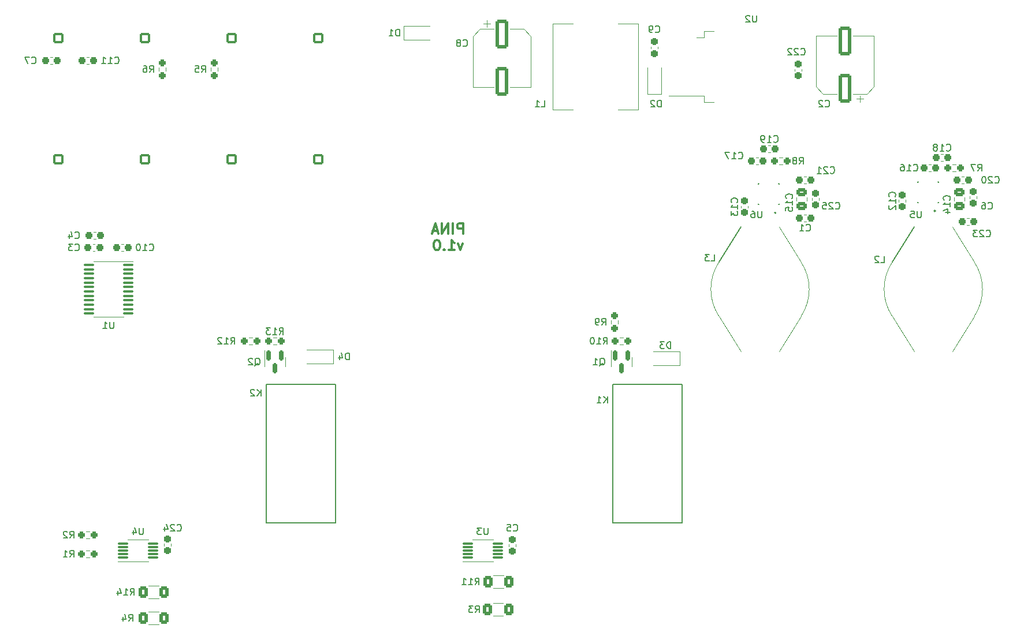
<source format=gbo>
G04 #@! TF.GenerationSoftware,KiCad,Pcbnew,6.0.2+dfsg-1*
G04 #@! TF.CreationDate,2023-02-25T17:51:13+02:00*
G04 #@! TF.ProjectId,pina,70696e61-2e6b-4696-9361-645f70636258,rev?*
G04 #@! TF.SameCoordinates,Original*
G04 #@! TF.FileFunction,Legend,Bot*
G04 #@! TF.FilePolarity,Positive*
%FSLAX46Y46*%
G04 Gerber Fmt 4.6, Leading zero omitted, Abs format (unit mm)*
G04 Created by KiCad (PCBNEW 6.0.2+dfsg-1) date 2023-02-25 17:51:13*
%MOMM*%
%LPD*%
G01*
G04 APERTURE LIST*
G04 Aperture macros list*
%AMRoundRect*
0 Rectangle with rounded corners*
0 $1 Rounding radius*
0 $2 $3 $4 $5 $6 $7 $8 $9 X,Y pos of 4 corners*
0 Add a 4 corners polygon primitive as box body*
4,1,4,$2,$3,$4,$5,$6,$7,$8,$9,$2,$3,0*
0 Add four circle primitives for the rounded corners*
1,1,$1+$1,$2,$3*
1,1,$1+$1,$4,$5*
1,1,$1+$1,$6,$7*
1,1,$1+$1,$8,$9*
0 Add four rect primitives between the rounded corners*
20,1,$1+$1,$2,$3,$4,$5,0*
20,1,$1+$1,$4,$5,$6,$7,0*
20,1,$1+$1,$6,$7,$8,$9,0*
20,1,$1+$1,$8,$9,$2,$3,0*%
G04 Aperture macros list end*
%ADD10C,0.300000*%
%ADD11C,0.150000*%
%ADD12C,0.120000*%
%ADD13C,0.127000*%
%ADD14C,0.200000*%
%ADD15C,0.010000*%
%ADD16C,10.160000*%
%ADD17C,1.600000*%
%ADD18RoundRect,0.200000X0.600000X-0.600000X0.600000X0.600000X-0.600000X0.600000X-0.600000X-0.600000X0*%
%ADD19R,1.700000X1.700000*%
%ADD20O,1.700000X1.700000*%
%ADD21R,2.000000X4.600000*%
%ADD22O,2.000000X4.200000*%
%ADD23O,4.200000X2.000000*%
%ADD24R,5.400000X2.900000*%
%ADD25RoundRect,0.237500X-0.237500X0.300000X-0.237500X-0.300000X0.237500X-0.300000X0.237500X0.300000X0*%
%ADD26R,2.900000X3.000000*%
%ADD27RoundRect,0.150000X-0.150000X0.587500X-0.150000X-0.587500X0.150000X-0.587500X0.150000X0.587500X0*%
%ADD28R,1.100000X1.100000*%
%ADD29R,0.200000X0.300000*%
%ADD30R,0.300000X0.200000*%
%ADD31R,0.470000X1.170000*%
%ADD32R,0.450000X0.790000*%
%ADD33C,2.200000*%
%ADD34RoundRect,0.237500X0.300000X0.237500X-0.300000X0.237500X-0.300000X-0.237500X0.300000X-0.237500X0*%
%ADD35RoundRect,0.237500X0.237500X-0.300000X0.237500X0.300000X-0.237500X0.300000X-0.237500X-0.300000X0*%
%ADD36RoundRect,0.250000X-0.400000X-0.625000X0.400000X-0.625000X0.400000X0.625000X-0.400000X0.625000X0*%
%ADD37RoundRect,0.237500X-0.237500X0.250000X-0.237500X-0.250000X0.237500X-0.250000X0.237500X0.250000X0*%
%ADD38RoundRect,0.237500X-0.250000X-0.237500X0.250000X-0.237500X0.250000X0.237500X-0.250000X0.237500X0*%
%ADD39RoundRect,0.075000X-0.650000X-0.075000X0.650000X-0.075000X0.650000X0.075000X-0.650000X0.075000X0*%
%ADD40RoundRect,0.237500X0.250000X0.237500X-0.250000X0.237500X-0.250000X-0.237500X0.250000X-0.237500X0*%
%ADD41RoundRect,0.250000X-0.700000X1.825000X-0.700000X-1.825000X0.700000X-1.825000X0.700000X1.825000X0*%
%ADD42RoundRect,0.237500X-0.300000X-0.237500X0.300000X-0.237500X0.300000X0.237500X-0.300000X0.237500X0*%
%ADD43RoundRect,0.250000X0.700000X-1.825000X0.700000X1.825000X-0.700000X1.825000X-0.700000X-1.825000X0*%
%ADD44RoundRect,0.250000X0.475000X-0.337500X0.475000X0.337500X-0.475000X0.337500X-0.475000X-0.337500X0*%
%ADD45RoundRect,0.100000X0.637500X0.100000X-0.637500X0.100000X-0.637500X-0.100000X0.637500X-0.100000X0*%
%ADD46RoundRect,0.250000X0.400000X0.625000X-0.400000X0.625000X-0.400000X-0.625000X0.400000X-0.625000X0*%
%ADD47R,4.600000X1.100000*%
%ADD48R,9.400000X10.800000*%
G04 APERTURE END LIST*
D10*
X153562571Y-73385071D02*
X153562571Y-71885071D01*
X152991142Y-71885071D01*
X152848285Y-71956500D01*
X152776857Y-72027928D01*
X152705428Y-72170785D01*
X152705428Y-72385071D01*
X152776857Y-72527928D01*
X152848285Y-72599357D01*
X152991142Y-72670785D01*
X153562571Y-72670785D01*
X152062571Y-73385071D02*
X152062571Y-71885071D01*
X151348285Y-73385071D02*
X151348285Y-71885071D01*
X150491142Y-73385071D01*
X150491142Y-71885071D01*
X149848285Y-72956500D02*
X149134000Y-72956500D01*
X149991142Y-73385071D02*
X149491142Y-71885071D01*
X148991142Y-73385071D01*
X153526857Y-74800071D02*
X153169714Y-75800071D01*
X152812571Y-74800071D01*
X151455428Y-75800071D02*
X152312571Y-75800071D01*
X151884000Y-75800071D02*
X151884000Y-74300071D01*
X152026857Y-74514357D01*
X152169714Y-74657214D01*
X152312571Y-74728642D01*
X150812571Y-75657214D02*
X150741142Y-75728642D01*
X150812571Y-75800071D01*
X150884000Y-75728642D01*
X150812571Y-75657214D01*
X150812571Y-75800071D01*
X149812571Y-74300071D02*
X149669714Y-74300071D01*
X149526857Y-74371500D01*
X149455428Y-74442928D01*
X149384000Y-74585785D01*
X149312571Y-74871500D01*
X149312571Y-75228642D01*
X149384000Y-75514357D01*
X149455428Y-75657214D01*
X149526857Y-75728642D01*
X149669714Y-75800071D01*
X149812571Y-75800071D01*
X149955428Y-75728642D01*
X150026857Y-75657214D01*
X150098285Y-75514357D01*
X150169714Y-75228642D01*
X150169714Y-74871500D01*
X150098285Y-74585785D01*
X150026857Y-74442928D01*
X149955428Y-74371500D01*
X149812571Y-74300071D01*
D11*
X165012666Y-54808380D02*
X165488857Y-54808380D01*
X165488857Y-53808380D01*
X164155523Y-54808380D02*
X164726952Y-54808380D01*
X164441238Y-54808380D02*
X164441238Y-53808380D01*
X164536476Y-53951238D01*
X164631714Y-54046476D01*
X164726952Y-54094095D01*
X230544666Y-69699142D02*
X230592285Y-69746761D01*
X230735142Y-69794380D01*
X230830380Y-69794380D01*
X230973238Y-69746761D01*
X231068476Y-69651523D01*
X231116095Y-69556285D01*
X231163714Y-69365809D01*
X231163714Y-69222952D01*
X231116095Y-69032476D01*
X231068476Y-68937238D01*
X230973238Y-68842000D01*
X230830380Y-68794380D01*
X230735142Y-68794380D01*
X230592285Y-68842000D01*
X230544666Y-68889619D01*
X229687523Y-68794380D02*
X229878000Y-68794380D01*
X229973238Y-68842000D01*
X230020857Y-68889619D01*
X230116095Y-69032476D01*
X230163714Y-69222952D01*
X230163714Y-69603904D01*
X230116095Y-69699142D01*
X230068476Y-69746761D01*
X229973238Y-69794380D01*
X229782761Y-69794380D01*
X229687523Y-69746761D01*
X229639904Y-69699142D01*
X229592285Y-69603904D01*
X229592285Y-69365809D01*
X229639904Y-69270571D01*
X229687523Y-69222952D01*
X229782761Y-69175333D01*
X229973238Y-69175333D01*
X230068476Y-69222952D01*
X230116095Y-69270571D01*
X230163714Y-69365809D01*
X214796666Y-77668380D02*
X215272857Y-77668380D01*
X215272857Y-76668380D01*
X214510952Y-76763619D02*
X214463333Y-76716000D01*
X214368095Y-76668380D01*
X214130000Y-76668380D01*
X214034761Y-76716000D01*
X213987142Y-76763619D01*
X213939523Y-76858857D01*
X213939523Y-76954095D01*
X213987142Y-77096952D01*
X214558571Y-77668380D01*
X213939523Y-77668380D01*
X173577238Y-92749619D02*
X173672476Y-92702000D01*
X173767714Y-92606761D01*
X173910571Y-92463904D01*
X174005809Y-92416285D01*
X174101047Y-92416285D01*
X174053428Y-92654380D02*
X174148666Y-92606761D01*
X174243904Y-92511523D01*
X174291523Y-92321047D01*
X174291523Y-91987714D01*
X174243904Y-91797238D01*
X174148666Y-91702000D01*
X174053428Y-91654380D01*
X173862952Y-91654380D01*
X173767714Y-91702000D01*
X173672476Y-91797238D01*
X173624857Y-91987714D01*
X173624857Y-92321047D01*
X173672476Y-92511523D01*
X173767714Y-92606761D01*
X173862952Y-92654380D01*
X174053428Y-92654380D01*
X172672476Y-92654380D02*
X173243904Y-92654380D01*
X172958190Y-92654380D02*
X172958190Y-91654380D01*
X173053428Y-91797238D01*
X173148666Y-91892476D01*
X173243904Y-91940095D01*
X182602095Y-54808380D02*
X182602095Y-53808380D01*
X182364000Y-53808380D01*
X182221142Y-53856000D01*
X182125904Y-53951238D01*
X182078285Y-54046476D01*
X182030666Y-54236952D01*
X182030666Y-54379809D01*
X182078285Y-54570285D01*
X182125904Y-54665523D01*
X182221142Y-54760761D01*
X182364000Y-54808380D01*
X182602095Y-54808380D01*
X181649714Y-53903619D02*
X181602095Y-53856000D01*
X181506857Y-53808380D01*
X181268761Y-53808380D01*
X181173523Y-53856000D01*
X181125904Y-53903619D01*
X181078285Y-53998857D01*
X181078285Y-54094095D01*
X181125904Y-54236952D01*
X181697333Y-54808380D01*
X181078285Y-54808380D01*
X197357904Y-70064380D02*
X197357904Y-70873904D01*
X197310285Y-70969142D01*
X197262666Y-71016761D01*
X197167428Y-71064380D01*
X196976952Y-71064380D01*
X196881714Y-71016761D01*
X196834095Y-70969142D01*
X196786476Y-70873904D01*
X196786476Y-70064380D01*
X195881714Y-70064380D02*
X196072190Y-70064380D01*
X196167428Y-70112000D01*
X196215047Y-70159619D01*
X196310285Y-70302476D01*
X196357904Y-70492952D01*
X196357904Y-70873904D01*
X196310285Y-70969142D01*
X196262666Y-71016761D01*
X196167428Y-71064380D01*
X195976952Y-71064380D01*
X195881714Y-71016761D01*
X195834095Y-70969142D01*
X195786476Y-70873904D01*
X195786476Y-70635809D01*
X195834095Y-70540571D01*
X195881714Y-70492952D01*
X195976952Y-70445333D01*
X196167428Y-70445333D01*
X196262666Y-70492952D01*
X196310285Y-70540571D01*
X196357904Y-70635809D01*
X174728095Y-98242380D02*
X174728095Y-97242380D01*
X174156666Y-98242380D02*
X174585238Y-97670952D01*
X174156666Y-97242380D02*
X174728095Y-97813809D01*
X173204285Y-98242380D02*
X173775714Y-98242380D01*
X173490000Y-98242380D02*
X173490000Y-97242380D01*
X173585238Y-97385238D01*
X173680476Y-97480476D01*
X173775714Y-97528095D01*
X123031238Y-92749619D02*
X123126476Y-92702000D01*
X123221714Y-92606761D01*
X123364571Y-92463904D01*
X123459809Y-92416285D01*
X123555047Y-92416285D01*
X123507428Y-92654380D02*
X123602666Y-92606761D01*
X123697904Y-92511523D01*
X123745523Y-92321047D01*
X123745523Y-91987714D01*
X123697904Y-91797238D01*
X123602666Y-91702000D01*
X123507428Y-91654380D01*
X123316952Y-91654380D01*
X123221714Y-91702000D01*
X123126476Y-91797238D01*
X123078857Y-91987714D01*
X123078857Y-92321047D01*
X123126476Y-92511523D01*
X123221714Y-92606761D01*
X123316952Y-92654380D01*
X123507428Y-92654380D01*
X122697904Y-91749619D02*
X122650285Y-91702000D01*
X122555047Y-91654380D01*
X122316952Y-91654380D01*
X122221714Y-91702000D01*
X122174095Y-91749619D01*
X122126476Y-91844857D01*
X122126476Y-91940095D01*
X122174095Y-92082952D01*
X122745523Y-92654380D01*
X122126476Y-92654380D01*
X199120357Y-59887142D02*
X199167976Y-59934761D01*
X199310833Y-59982380D01*
X199406071Y-59982380D01*
X199548928Y-59934761D01*
X199644166Y-59839523D01*
X199691785Y-59744285D01*
X199739404Y-59553809D01*
X199739404Y-59410952D01*
X199691785Y-59220476D01*
X199644166Y-59125238D01*
X199548928Y-59030000D01*
X199406071Y-58982380D01*
X199310833Y-58982380D01*
X199167976Y-59030000D01*
X199120357Y-59077619D01*
X198167976Y-59982380D02*
X198739404Y-59982380D01*
X198453690Y-59982380D02*
X198453690Y-58982380D01*
X198548928Y-59125238D01*
X198644166Y-59220476D01*
X198739404Y-59268095D01*
X197691785Y-59982380D02*
X197501309Y-59982380D01*
X197406071Y-59934761D01*
X197358452Y-59887142D01*
X197263214Y-59744285D01*
X197215595Y-59553809D01*
X197215595Y-59172857D01*
X197263214Y-59077619D01*
X197310833Y-59030000D01*
X197406071Y-58982380D01*
X197596547Y-58982380D01*
X197691785Y-59030000D01*
X197739404Y-59077619D01*
X197787023Y-59172857D01*
X197787023Y-59410952D01*
X197739404Y-59506190D01*
X197691785Y-59553809D01*
X197596547Y-59601428D01*
X197406071Y-59601428D01*
X197310833Y-59553809D01*
X197263214Y-59506190D01*
X197215595Y-59410952D01*
X111640857Y-116943142D02*
X111688476Y-116990761D01*
X111831333Y-117038380D01*
X111926571Y-117038380D01*
X112069428Y-116990761D01*
X112164666Y-116895523D01*
X112212285Y-116800285D01*
X112259904Y-116609809D01*
X112259904Y-116466952D01*
X112212285Y-116276476D01*
X112164666Y-116181238D01*
X112069428Y-116086000D01*
X111926571Y-116038380D01*
X111831333Y-116038380D01*
X111688476Y-116086000D01*
X111640857Y-116133619D01*
X111259904Y-116133619D02*
X111212285Y-116086000D01*
X111117047Y-116038380D01*
X110878952Y-116038380D01*
X110783714Y-116086000D01*
X110736095Y-116133619D01*
X110688476Y-116228857D01*
X110688476Y-116324095D01*
X110736095Y-116466952D01*
X111307523Y-117038380D01*
X110688476Y-117038380D01*
X109831333Y-116371714D02*
X109831333Y-117038380D01*
X110069428Y-115990761D02*
X110307523Y-116705047D01*
X109688476Y-116705047D01*
X208160857Y-69699142D02*
X208208476Y-69746761D01*
X208351333Y-69794380D01*
X208446571Y-69794380D01*
X208589428Y-69746761D01*
X208684666Y-69651523D01*
X208732285Y-69556285D01*
X208779904Y-69365809D01*
X208779904Y-69222952D01*
X208732285Y-69032476D01*
X208684666Y-68937238D01*
X208589428Y-68842000D01*
X208446571Y-68794380D01*
X208351333Y-68794380D01*
X208208476Y-68842000D01*
X208160857Y-68889619D01*
X207779904Y-68889619D02*
X207732285Y-68842000D01*
X207637047Y-68794380D01*
X207398952Y-68794380D01*
X207303714Y-68842000D01*
X207256095Y-68889619D01*
X207208476Y-68984857D01*
X207208476Y-69080095D01*
X207256095Y-69222952D01*
X207827523Y-69794380D01*
X207208476Y-69794380D01*
X206303714Y-68794380D02*
X206779904Y-68794380D01*
X206827523Y-69270571D01*
X206779904Y-69222952D01*
X206684666Y-69175333D01*
X206446571Y-69175333D01*
X206351333Y-69222952D01*
X206303714Y-69270571D01*
X206256095Y-69365809D01*
X206256095Y-69603904D01*
X206303714Y-69699142D01*
X206351333Y-69746761D01*
X206446571Y-69794380D01*
X206684666Y-69794380D01*
X206779904Y-69746761D01*
X206827523Y-69699142D01*
X107576857Y-75795142D02*
X107624476Y-75842761D01*
X107767333Y-75890380D01*
X107862571Y-75890380D01*
X108005428Y-75842761D01*
X108100666Y-75747523D01*
X108148285Y-75652285D01*
X108195904Y-75461809D01*
X108195904Y-75318952D01*
X108148285Y-75128476D01*
X108100666Y-75033238D01*
X108005428Y-74938000D01*
X107862571Y-74890380D01*
X107767333Y-74890380D01*
X107624476Y-74938000D01*
X107576857Y-74985619D01*
X106624476Y-75890380D02*
X107195904Y-75890380D01*
X106910190Y-75890380D02*
X106910190Y-74890380D01*
X107005428Y-75033238D01*
X107100666Y-75128476D01*
X107195904Y-75176095D01*
X106005428Y-74890380D02*
X105910190Y-74890380D01*
X105814952Y-74938000D01*
X105767333Y-74985619D01*
X105719714Y-75080857D01*
X105672095Y-75271333D01*
X105672095Y-75509428D01*
X105719714Y-75699904D01*
X105767333Y-75795142D01*
X105814952Y-75842761D01*
X105910190Y-75890380D01*
X106005428Y-75890380D01*
X106100666Y-75842761D01*
X106148285Y-75795142D01*
X106195904Y-75699904D01*
X106243523Y-75509428D01*
X106243523Y-75271333D01*
X106195904Y-75080857D01*
X106148285Y-74985619D01*
X106100666Y-74938000D01*
X106005428Y-74890380D01*
X155328857Y-124912380D02*
X155662190Y-124436190D01*
X155900285Y-124912380D02*
X155900285Y-123912380D01*
X155519333Y-123912380D01*
X155424095Y-123960000D01*
X155376476Y-124007619D01*
X155328857Y-124102857D01*
X155328857Y-124245714D01*
X155376476Y-124340952D01*
X155424095Y-124388571D01*
X155519333Y-124436190D01*
X155900285Y-124436190D01*
X154376476Y-124912380D02*
X154947904Y-124912380D01*
X154662190Y-124912380D02*
X154662190Y-123912380D01*
X154757428Y-124055238D01*
X154852666Y-124150476D01*
X154947904Y-124198095D01*
X153424095Y-124912380D02*
X153995523Y-124912380D01*
X153709809Y-124912380D02*
X153709809Y-123912380D01*
X153805047Y-124055238D01*
X153900285Y-124150476D01*
X153995523Y-124198095D01*
X173902666Y-86812380D02*
X174236000Y-86336190D01*
X174474095Y-86812380D02*
X174474095Y-85812380D01*
X174093142Y-85812380D01*
X173997904Y-85860000D01*
X173950285Y-85907619D01*
X173902666Y-86002857D01*
X173902666Y-86145714D01*
X173950285Y-86240952D01*
X173997904Y-86288571D01*
X174093142Y-86336190D01*
X174474095Y-86336190D01*
X173426476Y-86812380D02*
X173236000Y-86812380D01*
X173140761Y-86764761D01*
X173093142Y-86717142D01*
X172997904Y-86574285D01*
X172950285Y-86383809D01*
X172950285Y-86002857D01*
X172997904Y-85907619D01*
X173045523Y-85860000D01*
X173140761Y-85812380D01*
X173331238Y-85812380D01*
X173426476Y-85860000D01*
X173474095Y-85907619D01*
X173521714Y-86002857D01*
X173521714Y-86240952D01*
X173474095Y-86336190D01*
X173426476Y-86383809D01*
X173331238Y-86431428D01*
X173140761Y-86431428D01*
X173045523Y-86383809D01*
X172997904Y-86336190D01*
X172950285Y-86240952D01*
X115228666Y-49728380D02*
X115562000Y-49252190D01*
X115800095Y-49728380D02*
X115800095Y-48728380D01*
X115419142Y-48728380D01*
X115323904Y-48776000D01*
X115276285Y-48823619D01*
X115228666Y-48918857D01*
X115228666Y-49061714D01*
X115276285Y-49156952D01*
X115323904Y-49204571D01*
X115419142Y-49252190D01*
X115800095Y-49252190D01*
X114323904Y-48728380D02*
X114800095Y-48728380D01*
X114847714Y-49204571D01*
X114800095Y-49156952D01*
X114704857Y-49109333D01*
X114466761Y-49109333D01*
X114371523Y-49156952D01*
X114323904Y-49204571D01*
X114276285Y-49299809D01*
X114276285Y-49537904D01*
X114323904Y-49633142D01*
X114371523Y-49680761D01*
X114466761Y-49728380D01*
X114704857Y-49728380D01*
X114800095Y-49680761D01*
X114847714Y-49633142D01*
X202858666Y-63190380D02*
X203192000Y-62714190D01*
X203430095Y-63190380D02*
X203430095Y-62190380D01*
X203049142Y-62190380D01*
X202953904Y-62238000D01*
X202906285Y-62285619D01*
X202858666Y-62380857D01*
X202858666Y-62523714D01*
X202906285Y-62618952D01*
X202953904Y-62666571D01*
X203049142Y-62714190D01*
X203430095Y-62714190D01*
X202287238Y-62618952D02*
X202382476Y-62571333D01*
X202430095Y-62523714D01*
X202477714Y-62428476D01*
X202477714Y-62380857D01*
X202430095Y-62285619D01*
X202382476Y-62238000D01*
X202287238Y-62190380D01*
X202096761Y-62190380D01*
X202001523Y-62238000D01*
X201953904Y-62285619D01*
X201906285Y-62380857D01*
X201906285Y-62428476D01*
X201953904Y-62523714D01*
X202001523Y-62571333D01*
X202096761Y-62618952D01*
X202287238Y-62618952D01*
X202382476Y-62666571D01*
X202430095Y-62714190D01*
X202477714Y-62809428D01*
X202477714Y-62999904D01*
X202430095Y-63095142D01*
X202382476Y-63142761D01*
X202287238Y-63190380D01*
X202096761Y-63190380D01*
X202001523Y-63142761D01*
X201953904Y-63095142D01*
X201906285Y-62999904D01*
X201906285Y-62809428D01*
X201953904Y-62714190D01*
X202001523Y-62666571D01*
X202096761Y-62618952D01*
X229020666Y-64206380D02*
X229354000Y-63730190D01*
X229592095Y-64206380D02*
X229592095Y-63206380D01*
X229211142Y-63206380D01*
X229115904Y-63254000D01*
X229068285Y-63301619D01*
X229020666Y-63396857D01*
X229020666Y-63539714D01*
X229068285Y-63634952D01*
X229115904Y-63682571D01*
X229211142Y-63730190D01*
X229592095Y-63730190D01*
X228687333Y-63206380D02*
X228020666Y-63206380D01*
X228449238Y-64206380D01*
X157225904Y-116546380D02*
X157225904Y-117355904D01*
X157178285Y-117451142D01*
X157130666Y-117498761D01*
X157035428Y-117546380D01*
X156844952Y-117546380D01*
X156749714Y-117498761D01*
X156702095Y-117451142D01*
X156654476Y-117355904D01*
X156654476Y-116546380D01*
X156273523Y-116546380D02*
X155654476Y-116546380D01*
X155987809Y-116927333D01*
X155844952Y-116927333D01*
X155749714Y-116974952D01*
X155702095Y-117022571D01*
X155654476Y-117117809D01*
X155654476Y-117355904D01*
X155702095Y-117451142D01*
X155749714Y-117498761D01*
X155844952Y-117546380D01*
X156130666Y-117546380D01*
X156225904Y-117498761D01*
X156273523Y-117451142D01*
X203080857Y-47093142D02*
X203128476Y-47140761D01*
X203271333Y-47188380D01*
X203366571Y-47188380D01*
X203509428Y-47140761D01*
X203604666Y-47045523D01*
X203652285Y-46950285D01*
X203699904Y-46759809D01*
X203699904Y-46616952D01*
X203652285Y-46426476D01*
X203604666Y-46331238D01*
X203509428Y-46236000D01*
X203366571Y-46188380D01*
X203271333Y-46188380D01*
X203128476Y-46236000D01*
X203080857Y-46283619D01*
X202699904Y-46283619D02*
X202652285Y-46236000D01*
X202557047Y-46188380D01*
X202318952Y-46188380D01*
X202223714Y-46236000D01*
X202176095Y-46283619D01*
X202128476Y-46378857D01*
X202128476Y-46474095D01*
X202176095Y-46616952D01*
X202747523Y-47188380D01*
X202128476Y-47188380D01*
X201747523Y-46283619D02*
X201699904Y-46236000D01*
X201604666Y-46188380D01*
X201366571Y-46188380D01*
X201271333Y-46236000D01*
X201223714Y-46283619D01*
X201176095Y-46378857D01*
X201176095Y-46474095D01*
X201223714Y-46616952D01*
X201795142Y-47188380D01*
X201176095Y-47188380D01*
X95924666Y-118054380D02*
X96258000Y-117578190D01*
X96496095Y-118054380D02*
X96496095Y-117054380D01*
X96115142Y-117054380D01*
X96019904Y-117102000D01*
X95972285Y-117149619D01*
X95924666Y-117244857D01*
X95924666Y-117387714D01*
X95972285Y-117482952D01*
X96019904Y-117530571D01*
X96115142Y-117578190D01*
X96496095Y-117578190D01*
X95543714Y-117149619D02*
X95496095Y-117102000D01*
X95400857Y-117054380D01*
X95162761Y-117054380D01*
X95067523Y-117102000D01*
X95019904Y-117149619D01*
X94972285Y-117244857D01*
X94972285Y-117340095D01*
X95019904Y-117482952D01*
X95591333Y-118054380D01*
X94972285Y-118054380D01*
X174124857Y-89606380D02*
X174458190Y-89130190D01*
X174696285Y-89606380D02*
X174696285Y-88606380D01*
X174315333Y-88606380D01*
X174220095Y-88654000D01*
X174172476Y-88701619D01*
X174124857Y-88796857D01*
X174124857Y-88939714D01*
X174172476Y-89034952D01*
X174220095Y-89082571D01*
X174315333Y-89130190D01*
X174696285Y-89130190D01*
X173172476Y-89606380D02*
X173743904Y-89606380D01*
X173458190Y-89606380D02*
X173458190Y-88606380D01*
X173553428Y-88749238D01*
X173648666Y-88844476D01*
X173743904Y-88892095D01*
X172553428Y-88606380D02*
X172458190Y-88606380D01*
X172362952Y-88654000D01*
X172315333Y-88701619D01*
X172267714Y-88796857D01*
X172220095Y-88987333D01*
X172220095Y-89225428D01*
X172267714Y-89415904D01*
X172315333Y-89511142D01*
X172362952Y-89558761D01*
X172458190Y-89606380D01*
X172553428Y-89606380D01*
X172648666Y-89558761D01*
X172696285Y-89511142D01*
X172743904Y-89415904D01*
X172791523Y-89225428D01*
X172791523Y-88987333D01*
X172743904Y-88796857D01*
X172696285Y-88701619D01*
X172648666Y-88654000D01*
X172553428Y-88606380D01*
X102496857Y-48363142D02*
X102544476Y-48410761D01*
X102687333Y-48458380D01*
X102782571Y-48458380D01*
X102925428Y-48410761D01*
X103020666Y-48315523D01*
X103068285Y-48220285D01*
X103115904Y-48029809D01*
X103115904Y-47886952D01*
X103068285Y-47696476D01*
X103020666Y-47601238D01*
X102925428Y-47506000D01*
X102782571Y-47458380D01*
X102687333Y-47458380D01*
X102544476Y-47506000D01*
X102496857Y-47553619D01*
X101544476Y-48458380D02*
X102115904Y-48458380D01*
X101830190Y-48458380D02*
X101830190Y-47458380D01*
X101925428Y-47601238D01*
X102020666Y-47696476D01*
X102115904Y-47744095D01*
X100592095Y-48458380D02*
X101163523Y-48458380D01*
X100877809Y-48458380D02*
X100877809Y-47458380D01*
X100973047Y-47601238D01*
X101068285Y-47696476D01*
X101163523Y-47744095D01*
X189904666Y-77414380D02*
X190380857Y-77414380D01*
X190380857Y-76414380D01*
X189666571Y-76414380D02*
X189047523Y-76414380D01*
X189380857Y-76795333D01*
X189238000Y-76795333D01*
X189142761Y-76842952D01*
X189095142Y-76890571D01*
X189047523Y-76985809D01*
X189047523Y-77223904D01*
X189095142Y-77319142D01*
X189142761Y-77366761D01*
X189238000Y-77414380D01*
X189523714Y-77414380D01*
X189618952Y-77366761D01*
X189666571Y-77319142D01*
X144248095Y-44394380D02*
X144248095Y-43394380D01*
X144010000Y-43394380D01*
X143867142Y-43442000D01*
X143771904Y-43537238D01*
X143724285Y-43632476D01*
X143676666Y-43822952D01*
X143676666Y-43965809D01*
X143724285Y-44156285D01*
X143771904Y-44251523D01*
X143867142Y-44346761D01*
X144010000Y-44394380D01*
X144248095Y-44394380D01*
X142724285Y-44394380D02*
X143295714Y-44394380D01*
X143010000Y-44394380D02*
X143010000Y-43394380D01*
X143105238Y-43537238D01*
X143200476Y-43632476D01*
X143295714Y-43680095D01*
X153582666Y-45823142D02*
X153630285Y-45870761D01*
X153773142Y-45918380D01*
X153868380Y-45918380D01*
X154011238Y-45870761D01*
X154106476Y-45775523D01*
X154154095Y-45680285D01*
X154201714Y-45489809D01*
X154201714Y-45346952D01*
X154154095Y-45156476D01*
X154106476Y-45061238D01*
X154011238Y-44966000D01*
X153868380Y-44918380D01*
X153773142Y-44918380D01*
X153630285Y-44966000D01*
X153582666Y-45013619D01*
X153011238Y-45346952D02*
X153106476Y-45299333D01*
X153154095Y-45251714D01*
X153201714Y-45156476D01*
X153201714Y-45108857D01*
X153154095Y-45013619D01*
X153106476Y-44966000D01*
X153011238Y-44918380D01*
X152820761Y-44918380D01*
X152725523Y-44966000D01*
X152677904Y-45013619D01*
X152630285Y-45108857D01*
X152630285Y-45156476D01*
X152677904Y-45251714D01*
X152725523Y-45299333D01*
X152820761Y-45346952D01*
X153011238Y-45346952D01*
X153106476Y-45394571D01*
X153154095Y-45442190D01*
X153201714Y-45537428D01*
X153201714Y-45727904D01*
X153154095Y-45823142D01*
X153106476Y-45870761D01*
X153011238Y-45918380D01*
X152820761Y-45918380D01*
X152725523Y-45870761D01*
X152677904Y-45823142D01*
X152630285Y-45727904D01*
X152630285Y-45537428D01*
X152677904Y-45442190D01*
X152725523Y-45394571D01*
X152820761Y-45346952D01*
X160948666Y-116943142D02*
X160996285Y-116990761D01*
X161139142Y-117038380D01*
X161234380Y-117038380D01*
X161377238Y-116990761D01*
X161472476Y-116895523D01*
X161520095Y-116800285D01*
X161567714Y-116609809D01*
X161567714Y-116466952D01*
X161520095Y-116276476D01*
X161472476Y-116181238D01*
X161377238Y-116086000D01*
X161234380Y-116038380D01*
X161139142Y-116038380D01*
X160996285Y-116086000D01*
X160948666Y-116133619D01*
X160043904Y-116038380D02*
X160520095Y-116038380D01*
X160567714Y-116514571D01*
X160520095Y-116466952D01*
X160424857Y-116419333D01*
X160186761Y-116419333D01*
X160091523Y-116466952D01*
X160043904Y-116514571D01*
X159996285Y-116609809D01*
X159996285Y-116847904D01*
X160043904Y-116943142D01*
X160091523Y-116990761D01*
X160186761Y-117038380D01*
X160424857Y-117038380D01*
X160520095Y-116990761D01*
X160567714Y-116943142D01*
X203874666Y-72907142D02*
X203922285Y-72954761D01*
X204065142Y-73002380D01*
X204160380Y-73002380D01*
X204303238Y-72954761D01*
X204398476Y-72859523D01*
X204446095Y-72764285D01*
X204493714Y-72573809D01*
X204493714Y-72430952D01*
X204446095Y-72240476D01*
X204398476Y-72145238D01*
X204303238Y-72050000D01*
X204160380Y-72002380D01*
X204065142Y-72002380D01*
X203922285Y-72050000D01*
X203874666Y-72097619D01*
X202922285Y-73002380D02*
X203493714Y-73002380D01*
X203208000Y-73002380D02*
X203208000Y-72002380D01*
X203303238Y-72145238D01*
X203398476Y-72240476D01*
X203493714Y-72288095D01*
X183999095Y-90241380D02*
X183999095Y-89241380D01*
X183761000Y-89241380D01*
X183618142Y-89289000D01*
X183522904Y-89384238D01*
X183475285Y-89479476D01*
X183427666Y-89669952D01*
X183427666Y-89812809D01*
X183475285Y-90003285D01*
X183522904Y-90098523D01*
X183618142Y-90193761D01*
X183761000Y-90241380D01*
X183999095Y-90241380D01*
X183094333Y-89241380D02*
X182475285Y-89241380D01*
X182808619Y-89622333D01*
X182665761Y-89622333D01*
X182570523Y-89669952D01*
X182522904Y-89717571D01*
X182475285Y-89812809D01*
X182475285Y-90050904D01*
X182522904Y-90146142D01*
X182570523Y-90193761D01*
X182665761Y-90241380D01*
X182951476Y-90241380D01*
X183046714Y-90193761D01*
X183094333Y-90146142D01*
X106679904Y-116546380D02*
X106679904Y-117355904D01*
X106632285Y-117451142D01*
X106584666Y-117498761D01*
X106489428Y-117546380D01*
X106298952Y-117546380D01*
X106203714Y-117498761D01*
X106156095Y-117451142D01*
X106108476Y-117355904D01*
X106108476Y-116546380D01*
X105203714Y-116879714D02*
X105203714Y-117546380D01*
X105441809Y-116498761D02*
X105679904Y-117213047D01*
X105060857Y-117213047D01*
X207398857Y-64459142D02*
X207446476Y-64506761D01*
X207589333Y-64554380D01*
X207684571Y-64554380D01*
X207827428Y-64506761D01*
X207922666Y-64411523D01*
X207970285Y-64316285D01*
X208017904Y-64125809D01*
X208017904Y-63982952D01*
X207970285Y-63792476D01*
X207922666Y-63697238D01*
X207827428Y-63602000D01*
X207684571Y-63554380D01*
X207589333Y-63554380D01*
X207446476Y-63602000D01*
X207398857Y-63649619D01*
X207017904Y-63649619D02*
X206970285Y-63602000D01*
X206875047Y-63554380D01*
X206636952Y-63554380D01*
X206541714Y-63602000D01*
X206494095Y-63649619D01*
X206446476Y-63744857D01*
X206446476Y-63840095D01*
X206494095Y-63982952D01*
X207065523Y-64554380D01*
X206446476Y-64554380D01*
X205494095Y-64554380D02*
X206065523Y-64554380D01*
X205779809Y-64554380D02*
X205779809Y-63554380D01*
X205875047Y-63697238D01*
X205970285Y-63792476D01*
X206065523Y-63840095D01*
X90336666Y-48363142D02*
X90384285Y-48410761D01*
X90527142Y-48458380D01*
X90622380Y-48458380D01*
X90765238Y-48410761D01*
X90860476Y-48315523D01*
X90908095Y-48220285D01*
X90955714Y-48029809D01*
X90955714Y-47886952D01*
X90908095Y-47696476D01*
X90860476Y-47601238D01*
X90765238Y-47506000D01*
X90622380Y-47458380D01*
X90527142Y-47458380D01*
X90384285Y-47506000D01*
X90336666Y-47553619D01*
X90003333Y-47458380D02*
X89336666Y-47458380D01*
X89765238Y-48458380D01*
X206668666Y-54713142D02*
X206716285Y-54760761D01*
X206859142Y-54808380D01*
X206954380Y-54808380D01*
X207097238Y-54760761D01*
X207192476Y-54665523D01*
X207240095Y-54570285D01*
X207287714Y-54379809D01*
X207287714Y-54236952D01*
X207240095Y-54046476D01*
X207192476Y-53951238D01*
X207097238Y-53856000D01*
X206954380Y-53808380D01*
X206859142Y-53808380D01*
X206716285Y-53856000D01*
X206668666Y-53903619D01*
X206287714Y-53903619D02*
X206240095Y-53856000D01*
X206144857Y-53808380D01*
X205906761Y-53808380D01*
X205811523Y-53856000D01*
X205763904Y-53903619D01*
X205716285Y-53998857D01*
X205716285Y-54094095D01*
X205763904Y-54236952D01*
X206335333Y-54808380D01*
X205716285Y-54808380D01*
X219590857Y-64111142D02*
X219638476Y-64158761D01*
X219781333Y-64206380D01*
X219876571Y-64206380D01*
X220019428Y-64158761D01*
X220114666Y-64063523D01*
X220162285Y-63968285D01*
X220209904Y-63777809D01*
X220209904Y-63634952D01*
X220162285Y-63444476D01*
X220114666Y-63349238D01*
X220019428Y-63254000D01*
X219876571Y-63206380D01*
X219781333Y-63206380D01*
X219638476Y-63254000D01*
X219590857Y-63301619D01*
X218638476Y-64206380D02*
X219209904Y-64206380D01*
X218924190Y-64206380D02*
X218924190Y-63206380D01*
X219019428Y-63349238D01*
X219114666Y-63444476D01*
X219209904Y-63492095D01*
X217781333Y-63206380D02*
X217971809Y-63206380D01*
X218067047Y-63254000D01*
X218114666Y-63301619D01*
X218209904Y-63444476D01*
X218257523Y-63634952D01*
X218257523Y-64015904D01*
X218209904Y-64111142D01*
X218162285Y-64158761D01*
X218067047Y-64206380D01*
X217876571Y-64206380D01*
X217781333Y-64158761D01*
X217733714Y-64111142D01*
X217686095Y-64015904D01*
X217686095Y-63777809D01*
X217733714Y-63682571D01*
X217781333Y-63634952D01*
X217876571Y-63587333D01*
X218067047Y-63587333D01*
X218162285Y-63634952D01*
X218209904Y-63682571D01*
X218257523Y-63777809D01*
X107608666Y-49728380D02*
X107942000Y-49252190D01*
X108180095Y-49728380D02*
X108180095Y-48728380D01*
X107799142Y-48728380D01*
X107703904Y-48776000D01*
X107656285Y-48823619D01*
X107608666Y-48918857D01*
X107608666Y-49061714D01*
X107656285Y-49156952D01*
X107703904Y-49204571D01*
X107799142Y-49252190D01*
X108180095Y-49252190D01*
X106751523Y-48728380D02*
X106942000Y-48728380D01*
X107037238Y-48776000D01*
X107084857Y-48823619D01*
X107180095Y-48966476D01*
X107227714Y-49156952D01*
X107227714Y-49537904D01*
X107180095Y-49633142D01*
X107132476Y-49680761D01*
X107037238Y-49728380D01*
X106846761Y-49728380D01*
X106751523Y-49680761D01*
X106703904Y-49633142D01*
X106656285Y-49537904D01*
X106656285Y-49299809D01*
X106703904Y-49204571D01*
X106751523Y-49156952D01*
X106846761Y-49109333D01*
X107037238Y-49109333D01*
X107132476Y-49156952D01*
X107180095Y-49204571D01*
X107227714Y-49299809D01*
X201779142Y-68191142D02*
X201826761Y-68143523D01*
X201874380Y-68000666D01*
X201874380Y-67905428D01*
X201826761Y-67762571D01*
X201731523Y-67667333D01*
X201636285Y-67619714D01*
X201445809Y-67572095D01*
X201302952Y-67572095D01*
X201112476Y-67619714D01*
X201017238Y-67667333D01*
X200922000Y-67762571D01*
X200874380Y-67905428D01*
X200874380Y-68000666D01*
X200922000Y-68143523D01*
X200969619Y-68191142D01*
X201874380Y-69143523D02*
X201874380Y-68572095D01*
X201874380Y-68857809D02*
X200874380Y-68857809D01*
X201017238Y-68762571D01*
X201112476Y-68667333D01*
X201160095Y-68572095D01*
X200874380Y-70048285D02*
X200874380Y-69572095D01*
X201350571Y-69524476D01*
X201302952Y-69572095D01*
X201255333Y-69667333D01*
X201255333Y-69905428D01*
X201302952Y-70000666D01*
X201350571Y-70048285D01*
X201445809Y-70095904D01*
X201683904Y-70095904D01*
X201779142Y-70048285D01*
X201826761Y-70000666D01*
X201874380Y-69905428D01*
X201874380Y-69667333D01*
X201826761Y-69572095D01*
X201779142Y-69524476D01*
X231528857Y-65889142D02*
X231576476Y-65936761D01*
X231719333Y-65984380D01*
X231814571Y-65984380D01*
X231957428Y-65936761D01*
X232052666Y-65841523D01*
X232100285Y-65746285D01*
X232147904Y-65555809D01*
X232147904Y-65412952D01*
X232100285Y-65222476D01*
X232052666Y-65127238D01*
X231957428Y-65032000D01*
X231814571Y-64984380D01*
X231719333Y-64984380D01*
X231576476Y-65032000D01*
X231528857Y-65079619D01*
X231147904Y-65079619D02*
X231100285Y-65032000D01*
X231005047Y-64984380D01*
X230766952Y-64984380D01*
X230671714Y-65032000D01*
X230624095Y-65079619D01*
X230576476Y-65174857D01*
X230576476Y-65270095D01*
X230624095Y-65412952D01*
X231195523Y-65984380D01*
X230576476Y-65984380D01*
X229957428Y-64984380D02*
X229862190Y-64984380D01*
X229766952Y-65032000D01*
X229719333Y-65079619D01*
X229671714Y-65174857D01*
X229624095Y-65365333D01*
X229624095Y-65603428D01*
X229671714Y-65793904D01*
X229719333Y-65889142D01*
X229766952Y-65936761D01*
X229862190Y-65984380D01*
X229957428Y-65984380D01*
X230052666Y-65936761D01*
X230100285Y-65889142D01*
X230147904Y-65793904D01*
X230195523Y-65603428D01*
X230195523Y-65365333D01*
X230147904Y-65174857D01*
X230100285Y-65079619D01*
X230052666Y-65032000D01*
X229957428Y-64984380D01*
X102361904Y-86320380D02*
X102361904Y-87129904D01*
X102314285Y-87225142D01*
X102266666Y-87272761D01*
X102171428Y-87320380D01*
X101980952Y-87320380D01*
X101885714Y-87272761D01*
X101838095Y-87225142D01*
X101790476Y-87129904D01*
X101790476Y-86320380D01*
X100790476Y-87320380D02*
X101361904Y-87320380D01*
X101076190Y-87320380D02*
X101076190Y-86320380D01*
X101171428Y-86463238D01*
X101266666Y-86558476D01*
X101361904Y-86606095D01*
X181776666Y-43791142D02*
X181824285Y-43838761D01*
X181967142Y-43886380D01*
X182062380Y-43886380D01*
X182205238Y-43838761D01*
X182300476Y-43743523D01*
X182348095Y-43648285D01*
X182395714Y-43457809D01*
X182395714Y-43314952D01*
X182348095Y-43124476D01*
X182300476Y-43029238D01*
X182205238Y-42934000D01*
X182062380Y-42886380D01*
X181967142Y-42886380D01*
X181824285Y-42934000D01*
X181776666Y-42981619D01*
X181300476Y-43886380D02*
X181110000Y-43886380D01*
X181014761Y-43838761D01*
X180967142Y-43791142D01*
X180871904Y-43648285D01*
X180824285Y-43457809D01*
X180824285Y-43076857D01*
X180871904Y-42981619D01*
X180919523Y-42934000D01*
X181014761Y-42886380D01*
X181205238Y-42886380D01*
X181300476Y-42934000D01*
X181348095Y-42981619D01*
X181395714Y-43076857D01*
X181395714Y-43314952D01*
X181348095Y-43410190D01*
X181300476Y-43457809D01*
X181205238Y-43505428D01*
X181014761Y-43505428D01*
X180919523Y-43457809D01*
X180871904Y-43410190D01*
X180824285Y-43314952D01*
X155360666Y-128976380D02*
X155694000Y-128500190D01*
X155932095Y-128976380D02*
X155932095Y-127976380D01*
X155551142Y-127976380D01*
X155455904Y-128024000D01*
X155408285Y-128071619D01*
X155360666Y-128166857D01*
X155360666Y-128309714D01*
X155408285Y-128404952D01*
X155455904Y-128452571D01*
X155551142Y-128500190D01*
X155932095Y-128500190D01*
X155027333Y-127976380D02*
X154408285Y-127976380D01*
X154741619Y-128357333D01*
X154598761Y-128357333D01*
X154503523Y-128404952D01*
X154455904Y-128452571D01*
X154408285Y-128547809D01*
X154408285Y-128785904D01*
X154455904Y-128881142D01*
X154503523Y-128928761D01*
X154598761Y-128976380D01*
X154884476Y-128976380D01*
X154979714Y-128928761D01*
X155027333Y-128881142D01*
X95924666Y-120848380D02*
X96258000Y-120372190D01*
X96496095Y-120848380D02*
X96496095Y-119848380D01*
X96115142Y-119848380D01*
X96019904Y-119896000D01*
X95972285Y-119943619D01*
X95924666Y-120038857D01*
X95924666Y-120181714D01*
X95972285Y-120276952D01*
X96019904Y-120324571D01*
X96115142Y-120372190D01*
X96496095Y-120372190D01*
X94972285Y-120848380D02*
X95543714Y-120848380D01*
X95258000Y-120848380D02*
X95258000Y-119848380D01*
X95353238Y-119991238D01*
X95448476Y-120086476D01*
X95543714Y-120134095D01*
X193745142Y-68799642D02*
X193792761Y-68752023D01*
X193840380Y-68609166D01*
X193840380Y-68513928D01*
X193792761Y-68371071D01*
X193697523Y-68275833D01*
X193602285Y-68228214D01*
X193411809Y-68180595D01*
X193268952Y-68180595D01*
X193078476Y-68228214D01*
X192983238Y-68275833D01*
X192888000Y-68371071D01*
X192840380Y-68513928D01*
X192840380Y-68609166D01*
X192888000Y-68752023D01*
X192935619Y-68799642D01*
X193840380Y-69752023D02*
X193840380Y-69180595D01*
X193840380Y-69466309D02*
X192840380Y-69466309D01*
X192983238Y-69371071D01*
X193078476Y-69275833D01*
X193126095Y-69180595D01*
X192840380Y-70085357D02*
X192840380Y-70704404D01*
X193221333Y-70371071D01*
X193221333Y-70513928D01*
X193268952Y-70609166D01*
X193316571Y-70656785D01*
X193411809Y-70704404D01*
X193649904Y-70704404D01*
X193745142Y-70656785D01*
X193792761Y-70609166D01*
X193840380Y-70513928D01*
X193840380Y-70228214D01*
X193792761Y-70132976D01*
X193745142Y-70085357D01*
X126626857Y-88176380D02*
X126960190Y-87700190D01*
X127198285Y-88176380D02*
X127198285Y-87176380D01*
X126817333Y-87176380D01*
X126722095Y-87224000D01*
X126674476Y-87271619D01*
X126626857Y-87366857D01*
X126626857Y-87509714D01*
X126674476Y-87604952D01*
X126722095Y-87652571D01*
X126817333Y-87700190D01*
X127198285Y-87700190D01*
X125674476Y-88176380D02*
X126245904Y-88176380D01*
X125960190Y-88176380D02*
X125960190Y-87176380D01*
X126055428Y-87319238D01*
X126150666Y-87414476D01*
X126245904Y-87462095D01*
X125341142Y-87176380D02*
X124722095Y-87176380D01*
X125055428Y-87557333D01*
X124912571Y-87557333D01*
X124817333Y-87604952D01*
X124769714Y-87652571D01*
X124722095Y-87747809D01*
X124722095Y-87985904D01*
X124769714Y-88081142D01*
X124817333Y-88128761D01*
X124912571Y-88176380D01*
X125198285Y-88176380D01*
X125293523Y-88128761D01*
X125341142Y-88081142D01*
X104560666Y-130246380D02*
X104894000Y-129770190D01*
X105132095Y-130246380D02*
X105132095Y-129246380D01*
X104751142Y-129246380D01*
X104655904Y-129294000D01*
X104608285Y-129341619D01*
X104560666Y-129436857D01*
X104560666Y-129579714D01*
X104608285Y-129674952D01*
X104655904Y-129722571D01*
X104751142Y-129770190D01*
X105132095Y-129770190D01*
X103703523Y-129579714D02*
X103703523Y-130246380D01*
X103941619Y-129198761D02*
X104179714Y-129913047D01*
X103560666Y-129913047D01*
X119514857Y-89606380D02*
X119848190Y-89130190D01*
X120086285Y-89606380D02*
X120086285Y-88606380D01*
X119705333Y-88606380D01*
X119610095Y-88654000D01*
X119562476Y-88701619D01*
X119514857Y-88796857D01*
X119514857Y-88939714D01*
X119562476Y-89034952D01*
X119610095Y-89082571D01*
X119705333Y-89130190D01*
X120086285Y-89130190D01*
X118562476Y-89606380D02*
X119133904Y-89606380D01*
X118848190Y-89606380D02*
X118848190Y-88606380D01*
X118943428Y-88749238D01*
X119038666Y-88844476D01*
X119133904Y-88892095D01*
X118181523Y-88701619D02*
X118133904Y-88654000D01*
X118038666Y-88606380D01*
X117800571Y-88606380D01*
X117705333Y-88654000D01*
X117657714Y-88701619D01*
X117610095Y-88796857D01*
X117610095Y-88892095D01*
X117657714Y-89034952D01*
X118229142Y-89606380D01*
X117610095Y-89606380D01*
X96686666Y-74017142D02*
X96734285Y-74064761D01*
X96877142Y-74112380D01*
X96972380Y-74112380D01*
X97115238Y-74064761D01*
X97210476Y-73969523D01*
X97258095Y-73874285D01*
X97305714Y-73683809D01*
X97305714Y-73540952D01*
X97258095Y-73350476D01*
X97210476Y-73255238D01*
X97115238Y-73160000D01*
X96972380Y-73112380D01*
X96877142Y-73112380D01*
X96734285Y-73160000D01*
X96686666Y-73207619D01*
X95829523Y-73445714D02*
X95829523Y-74112380D01*
X96067619Y-73064761D02*
X96305714Y-73779047D01*
X95686666Y-73779047D01*
X104782857Y-126436380D02*
X105116190Y-125960190D01*
X105354285Y-126436380D02*
X105354285Y-125436380D01*
X104973333Y-125436380D01*
X104878095Y-125484000D01*
X104830476Y-125531619D01*
X104782857Y-125626857D01*
X104782857Y-125769714D01*
X104830476Y-125864952D01*
X104878095Y-125912571D01*
X104973333Y-125960190D01*
X105354285Y-125960190D01*
X103830476Y-126436380D02*
X104401904Y-126436380D01*
X104116190Y-126436380D02*
X104116190Y-125436380D01*
X104211428Y-125579238D01*
X104306666Y-125674476D01*
X104401904Y-125722095D01*
X102973333Y-125769714D02*
X102973333Y-126436380D01*
X103211428Y-125388761D02*
X103449523Y-126103047D01*
X102830476Y-126103047D01*
X230258857Y-73763142D02*
X230306476Y-73810761D01*
X230449333Y-73858380D01*
X230544571Y-73858380D01*
X230687428Y-73810761D01*
X230782666Y-73715523D01*
X230830285Y-73620285D01*
X230877904Y-73429809D01*
X230877904Y-73286952D01*
X230830285Y-73096476D01*
X230782666Y-73001238D01*
X230687428Y-72906000D01*
X230544571Y-72858380D01*
X230449333Y-72858380D01*
X230306476Y-72906000D01*
X230258857Y-72953619D01*
X229877904Y-72953619D02*
X229830285Y-72906000D01*
X229735047Y-72858380D01*
X229496952Y-72858380D01*
X229401714Y-72906000D01*
X229354095Y-72953619D01*
X229306476Y-73048857D01*
X229306476Y-73144095D01*
X229354095Y-73286952D01*
X229925523Y-73858380D01*
X229306476Y-73858380D01*
X228973142Y-72858380D02*
X228354095Y-72858380D01*
X228687428Y-73239333D01*
X228544571Y-73239333D01*
X228449333Y-73286952D01*
X228401714Y-73334571D01*
X228354095Y-73429809D01*
X228354095Y-73667904D01*
X228401714Y-73763142D01*
X228449333Y-73810761D01*
X228544571Y-73858380D01*
X228830285Y-73858380D01*
X228925523Y-73810761D01*
X228973142Y-73763142D01*
X123928095Y-97226380D02*
X123928095Y-96226380D01*
X123356666Y-97226380D02*
X123785238Y-96654952D01*
X123356666Y-96226380D02*
X123928095Y-96797809D01*
X122975714Y-96321619D02*
X122928095Y-96274000D01*
X122832857Y-96226380D01*
X122594761Y-96226380D01*
X122499523Y-96274000D01*
X122451904Y-96321619D01*
X122404285Y-96416857D01*
X122404285Y-96512095D01*
X122451904Y-96654952D01*
X123023333Y-97226380D01*
X122404285Y-97226380D01*
X220725904Y-70064380D02*
X220725904Y-70873904D01*
X220678285Y-70969142D01*
X220630666Y-71016761D01*
X220535428Y-71064380D01*
X220344952Y-71064380D01*
X220249714Y-71016761D01*
X220202095Y-70969142D01*
X220154476Y-70873904D01*
X220154476Y-70064380D01*
X219202095Y-70064380D02*
X219678285Y-70064380D01*
X219725904Y-70540571D01*
X219678285Y-70492952D01*
X219583047Y-70445333D01*
X219344952Y-70445333D01*
X219249714Y-70492952D01*
X219202095Y-70540571D01*
X219154476Y-70635809D01*
X219154476Y-70873904D01*
X219202095Y-70969142D01*
X219249714Y-71016761D01*
X219344952Y-71064380D01*
X219583047Y-71064380D01*
X219678285Y-71016761D01*
X219725904Y-70969142D01*
X224438357Y-61157142D02*
X224485976Y-61204761D01*
X224628833Y-61252380D01*
X224724071Y-61252380D01*
X224866928Y-61204761D01*
X224962166Y-61109523D01*
X225009785Y-61014285D01*
X225057404Y-60823809D01*
X225057404Y-60680952D01*
X225009785Y-60490476D01*
X224962166Y-60395238D01*
X224866928Y-60300000D01*
X224724071Y-60252380D01*
X224628833Y-60252380D01*
X224485976Y-60300000D01*
X224438357Y-60347619D01*
X223485976Y-61252380D02*
X224057404Y-61252380D01*
X223771690Y-61252380D02*
X223771690Y-60252380D01*
X223866928Y-60395238D01*
X223962166Y-60490476D01*
X224057404Y-60538095D01*
X222914547Y-60680952D02*
X223009785Y-60633333D01*
X223057404Y-60585714D01*
X223105023Y-60490476D01*
X223105023Y-60442857D01*
X223057404Y-60347619D01*
X223009785Y-60300000D01*
X222914547Y-60252380D01*
X222724071Y-60252380D01*
X222628833Y-60300000D01*
X222581214Y-60347619D01*
X222533595Y-60442857D01*
X222533595Y-60490476D01*
X222581214Y-60585714D01*
X222628833Y-60633333D01*
X222724071Y-60680952D01*
X222914547Y-60680952D01*
X223009785Y-60728571D01*
X223057404Y-60776190D01*
X223105023Y-60871428D01*
X223105023Y-61061904D01*
X223057404Y-61157142D01*
X223009785Y-61204761D01*
X222914547Y-61252380D01*
X222724071Y-61252380D01*
X222628833Y-61204761D01*
X222581214Y-61157142D01*
X222533595Y-61061904D01*
X222533595Y-60871428D01*
X222581214Y-60776190D01*
X222628833Y-60728571D01*
X222724071Y-60680952D01*
X136882095Y-91892380D02*
X136882095Y-90892380D01*
X136644000Y-90892380D01*
X136501142Y-90940000D01*
X136405904Y-91035238D01*
X136358285Y-91130476D01*
X136310666Y-91320952D01*
X136310666Y-91463809D01*
X136358285Y-91654285D01*
X136405904Y-91749523D01*
X136501142Y-91844761D01*
X136644000Y-91892380D01*
X136882095Y-91892380D01*
X135453523Y-91225714D02*
X135453523Y-91892380D01*
X135691619Y-90844761D02*
X135929714Y-91559047D01*
X135310666Y-91559047D01*
X196595904Y-41362380D02*
X196595904Y-42171904D01*
X196548285Y-42267142D01*
X196500666Y-42314761D01*
X196405428Y-42362380D01*
X196214952Y-42362380D01*
X196119714Y-42314761D01*
X196072095Y-42267142D01*
X196024476Y-42171904D01*
X196024476Y-41362380D01*
X195595904Y-41457619D02*
X195548285Y-41410000D01*
X195453047Y-41362380D01*
X195214952Y-41362380D01*
X195119714Y-41410000D01*
X195072095Y-41457619D01*
X195024476Y-41552857D01*
X195024476Y-41648095D01*
X195072095Y-41790952D01*
X195643523Y-42362380D01*
X195024476Y-42362380D01*
X216880642Y-67937142D02*
X216928261Y-67889523D01*
X216975880Y-67746666D01*
X216975880Y-67651428D01*
X216928261Y-67508571D01*
X216833023Y-67413333D01*
X216737785Y-67365714D01*
X216547309Y-67318095D01*
X216404452Y-67318095D01*
X216213976Y-67365714D01*
X216118738Y-67413333D01*
X216023500Y-67508571D01*
X215975880Y-67651428D01*
X215975880Y-67746666D01*
X216023500Y-67889523D01*
X216071119Y-67937142D01*
X216975880Y-68889523D02*
X216975880Y-68318095D01*
X216975880Y-68603809D02*
X215975880Y-68603809D01*
X216118738Y-68508571D01*
X216213976Y-68413333D01*
X216261595Y-68318095D01*
X216071119Y-69270476D02*
X216023500Y-69318095D01*
X215975880Y-69413333D01*
X215975880Y-69651428D01*
X216023500Y-69746666D01*
X216071119Y-69794285D01*
X216166357Y-69841904D01*
X216261595Y-69841904D01*
X216404452Y-69794285D01*
X216975880Y-69222857D01*
X216975880Y-69841904D01*
X96686666Y-75795142D02*
X96734285Y-75842761D01*
X96877142Y-75890380D01*
X96972380Y-75890380D01*
X97115238Y-75842761D01*
X97210476Y-75747523D01*
X97258095Y-75652285D01*
X97305714Y-75461809D01*
X97305714Y-75318952D01*
X97258095Y-75128476D01*
X97210476Y-75033238D01*
X97115238Y-74938000D01*
X96972380Y-74890380D01*
X96877142Y-74890380D01*
X96734285Y-74938000D01*
X96686666Y-74985619D01*
X96353333Y-74890380D02*
X95734285Y-74890380D01*
X96067619Y-75271333D01*
X95924761Y-75271333D01*
X95829523Y-75318952D01*
X95781904Y-75366571D01*
X95734285Y-75461809D01*
X95734285Y-75699904D01*
X95781904Y-75795142D01*
X95829523Y-75842761D01*
X95924761Y-75890380D01*
X96210476Y-75890380D01*
X96305714Y-75842761D01*
X96353333Y-75795142D01*
X224893142Y-68445142D02*
X224940761Y-68397523D01*
X224988380Y-68254666D01*
X224988380Y-68159428D01*
X224940761Y-68016571D01*
X224845523Y-67921333D01*
X224750285Y-67873714D01*
X224559809Y-67826095D01*
X224416952Y-67826095D01*
X224226476Y-67873714D01*
X224131238Y-67921333D01*
X224036000Y-68016571D01*
X223988380Y-68159428D01*
X223988380Y-68254666D01*
X224036000Y-68397523D01*
X224083619Y-68445142D01*
X224988380Y-69397523D02*
X224988380Y-68826095D01*
X224988380Y-69111809D02*
X223988380Y-69111809D01*
X224131238Y-69016571D01*
X224226476Y-68921333D01*
X224274095Y-68826095D01*
X224321714Y-70254666D02*
X224988380Y-70254666D01*
X223940761Y-70016571D02*
X224655047Y-69778476D01*
X224655047Y-70397523D01*
X193936857Y-62333142D02*
X193984476Y-62380761D01*
X194127333Y-62428380D01*
X194222571Y-62428380D01*
X194365428Y-62380761D01*
X194460666Y-62285523D01*
X194508285Y-62190285D01*
X194555904Y-61999809D01*
X194555904Y-61856952D01*
X194508285Y-61666476D01*
X194460666Y-61571238D01*
X194365428Y-61476000D01*
X194222571Y-61428380D01*
X194127333Y-61428380D01*
X193984476Y-61476000D01*
X193936857Y-61523619D01*
X192984476Y-62428380D02*
X193555904Y-62428380D01*
X193270190Y-62428380D02*
X193270190Y-61428380D01*
X193365428Y-61571238D01*
X193460666Y-61666476D01*
X193555904Y-61714095D01*
X192651142Y-61428380D02*
X191984476Y-61428380D01*
X192413047Y-62428380D01*
D12*
X176282000Y-55176000D02*
X179282000Y-55176000D01*
X166682000Y-42576000D02*
X166682000Y-55176000D01*
X179282000Y-55176000D02*
X179282000Y-42576000D01*
X179282000Y-42576000D02*
X176282000Y-42576000D01*
X169682000Y-42576000D02*
X166682000Y-42576000D01*
X166682000Y-55176000D02*
X169682000Y-55176000D01*
X228856000Y-67925733D02*
X228856000Y-68218267D01*
X227836000Y-67925733D02*
X227836000Y-68218267D01*
X216504000Y-85534000D02*
X219704000Y-90684000D01*
D11*
X219704000Y-72384000D02*
X216504000Y-77534000D01*
D12*
X228504000Y-77534000D02*
X225304000Y-72384000D01*
X225304000Y-90684000D02*
X228504000Y-85534000D01*
X216498411Y-77542396D02*
G75*
G03*
X216504000Y-85534000I6005588J-3991604D01*
G01*
X228509589Y-85525604D02*
G75*
G03*
X228504000Y-77534000I-6005588J3991604D01*
G01*
X178344000Y-92202000D02*
X178344000Y-92852000D01*
X178344000Y-92202000D02*
X178344000Y-91552000D01*
X175224000Y-92202000D02*
X175224000Y-92852000D01*
X175224000Y-92202000D02*
X175224000Y-90527000D01*
X180618000Y-52872000D02*
X180618000Y-49022000D01*
X182618000Y-52872000D02*
X180618000Y-52872000D01*
X182618000Y-52872000D02*
X182618000Y-49022000D01*
D13*
X199874000Y-66152000D02*
X199874000Y-66072000D01*
X199874000Y-66072000D02*
X199794000Y-66072000D01*
X196874000Y-68992000D02*
X196874000Y-69072000D01*
X196874000Y-66072000D02*
X196874000Y-66152000D01*
X199794000Y-69072000D02*
X199874000Y-69072000D01*
X196874000Y-69072000D02*
X196954000Y-69072000D01*
X199874000Y-69072000D02*
X199874000Y-68992000D01*
X196874000Y-66072000D02*
X196954000Y-66072000D01*
D14*
X199429000Y-70322000D02*
G75*
G03*
X199429000Y-70322000I-100000J0D01*
G01*
D11*
X175514000Y-96774000D02*
X175514000Y-95504000D01*
X185674000Y-95504000D02*
X185674000Y-115824000D01*
X185674000Y-115824000D02*
X175514000Y-115824000D01*
X175514000Y-95504000D02*
X185674000Y-95504000D01*
X175514000Y-115824000D02*
X175514000Y-96774000D01*
D12*
X124424000Y-92202000D02*
X124424000Y-90527000D01*
X127544000Y-92202000D02*
X127544000Y-92852000D01*
X124424000Y-92202000D02*
X124424000Y-92852000D01*
X127544000Y-92202000D02*
X127544000Y-91552000D01*
X198623767Y-60450000D02*
X198331233Y-60450000D01*
X198623767Y-61470000D02*
X198331233Y-61470000D01*
X110746000Y-119171767D02*
X110746000Y-118879233D01*
X109726000Y-119171767D02*
X109726000Y-118879233D01*
X205742000Y-68472267D02*
X205742000Y-68179733D01*
X204722000Y-68472267D02*
X204722000Y-68179733D01*
X103778267Y-74928000D02*
X103485733Y-74928000D01*
X103778267Y-75948000D02*
X103485733Y-75948000D01*
X158022936Y-125370000D02*
X159477064Y-125370000D01*
X158022936Y-123550000D02*
X159477064Y-123550000D01*
X175245500Y-86105276D02*
X175245500Y-86614724D01*
X176290500Y-86105276D02*
X176290500Y-86614724D01*
X116571500Y-49021276D02*
X116571500Y-49530724D01*
X117616500Y-49021276D02*
X117616500Y-49530724D01*
X199897276Y-62215500D02*
X200406724Y-62215500D01*
X199897276Y-63260500D02*
X200406724Y-63260500D01*
X225318776Y-63231500D02*
X225828224Y-63231500D01*
X225318776Y-64276500D02*
X225828224Y-64276500D01*
X156464000Y-118278000D02*
X154964000Y-118278000D01*
X156464000Y-118278000D02*
X157964000Y-118278000D01*
X156464000Y-121498000D02*
X157964000Y-121498000D01*
X156464000Y-121498000D02*
X153539000Y-121498000D01*
X203210000Y-49226233D02*
X203210000Y-49518767D01*
X202190000Y-49226233D02*
X202190000Y-49518767D01*
X98297276Y-118124500D02*
X98806724Y-118124500D01*
X98297276Y-117079500D02*
X98806724Y-117079500D01*
X177038724Y-88631500D02*
X176529276Y-88631500D01*
X177038724Y-89676500D02*
X176529276Y-89676500D01*
X98698267Y-48516000D02*
X98405733Y-48516000D01*
X98698267Y-47496000D02*
X98405733Y-47496000D01*
X191104000Y-85534000D02*
X194304000Y-90684000D01*
X199904000Y-90684000D02*
X203104000Y-85534000D01*
D11*
X194304000Y-72384000D02*
X191104000Y-77534000D01*
D12*
X203104000Y-77534000D02*
X199904000Y-72384000D01*
X203109589Y-85525604D02*
G75*
G03*
X203104000Y-77534000I-6005588J3991604D01*
G01*
X191098411Y-77542396D02*
G75*
G03*
X191104000Y-85534000I6005588J-3991604D01*
G01*
X144866000Y-44942000D02*
X148716000Y-44942000D01*
X144866000Y-42942000D02*
X148716000Y-42942000D01*
X144866000Y-44942000D02*
X144866000Y-42942000D01*
X162461563Y-43346000D02*
X163526000Y-44410437D01*
X155006000Y-44410437D02*
X155006000Y-51866000D01*
X156070437Y-43346000D02*
X155006000Y-44410437D01*
X156556000Y-42606000D02*
X157556000Y-42606000D01*
X162461563Y-43346000D02*
X160476000Y-43346000D01*
X157056000Y-42106000D02*
X157056000Y-43106000D01*
X163526000Y-44410437D02*
X163526000Y-51866000D01*
X163526000Y-51866000D02*
X160476000Y-51866000D01*
X155006000Y-51866000D02*
X158056000Y-51866000D01*
X156070437Y-43346000D02*
X158056000Y-43346000D01*
X160272000Y-118979733D02*
X160272000Y-119272267D01*
X161292000Y-118979733D02*
X161292000Y-119272267D01*
X203561733Y-71630000D02*
X203854267Y-71630000D01*
X203561733Y-70610000D02*
X203854267Y-70610000D01*
X185334000Y-90694000D02*
X185334000Y-92694000D01*
X185334000Y-92694000D02*
X181484000Y-92694000D01*
X185334000Y-90694000D02*
X181484000Y-90694000D01*
X105918000Y-118278000D02*
X107418000Y-118278000D01*
X105918000Y-121498000D02*
X102993000Y-121498000D01*
X105918000Y-121498000D02*
X107418000Y-121498000D01*
X105918000Y-118278000D02*
X104418000Y-118278000D01*
X203854267Y-66042000D02*
X203561733Y-66042000D01*
X203854267Y-65022000D02*
X203561733Y-65022000D01*
X93071733Y-48516000D02*
X93364267Y-48516000D01*
X93071733Y-47496000D02*
X93364267Y-47496000D01*
X213818000Y-51817563D02*
X213818000Y-44362000D01*
X212753563Y-52882000D02*
X210768000Y-52882000D01*
X205298000Y-44362000D02*
X208348000Y-44362000D01*
X212268000Y-53622000D02*
X211268000Y-53622000D01*
X212753563Y-52882000D02*
X213818000Y-51817563D01*
X211768000Y-54122000D02*
X211768000Y-53122000D01*
X213818000Y-44362000D02*
X210768000Y-44362000D01*
X205298000Y-51817563D02*
X205298000Y-44362000D01*
X206362437Y-52882000D02*
X205298000Y-51817563D01*
X206362437Y-52882000D02*
X208348000Y-52882000D01*
X222163767Y-63244000D02*
X221871233Y-63244000D01*
X222163767Y-64264000D02*
X221871233Y-64264000D01*
X108951500Y-49021276D02*
X108951500Y-49530724D01*
X109996500Y-49021276D02*
X109996500Y-49530724D01*
X202465000Y-68587252D02*
X202465000Y-68064748D01*
X203935000Y-68587252D02*
X203935000Y-68064748D01*
X226989767Y-66042000D02*
X226697233Y-66042000D01*
X226989767Y-65022000D02*
X226697233Y-65022000D01*
X101600000Y-77499000D02*
X99400000Y-77499000D01*
X101600000Y-77499000D02*
X105200000Y-77499000D01*
X101600000Y-85569000D02*
X103800000Y-85569000D01*
X101600000Y-85569000D02*
X99400000Y-85569000D01*
X182128000Y-46228267D02*
X182128000Y-45935733D01*
X181108000Y-46228267D02*
X181108000Y-45935733D01*
X159451064Y-129434000D02*
X157996936Y-129434000D01*
X159451064Y-127614000D02*
X157996936Y-127614000D01*
X98297276Y-119873500D02*
X98806724Y-119873500D01*
X98297276Y-120918500D02*
X98806724Y-120918500D01*
X194308000Y-69296233D02*
X194308000Y-69588767D01*
X195328000Y-69296233D02*
X195328000Y-69588767D01*
X126238724Y-89676500D02*
X125729276Y-89676500D01*
X126238724Y-88631500D02*
X125729276Y-88631500D01*
X108931064Y-130704000D02*
X107476936Y-130704000D01*
X108931064Y-128884000D02*
X107476936Y-128884000D01*
X122173276Y-88631500D02*
X122682724Y-88631500D01*
X122173276Y-89676500D02*
X122682724Y-89676500D01*
X99421733Y-74170000D02*
X99714267Y-74170000D01*
X99421733Y-73150000D02*
X99714267Y-73150000D01*
X107476936Y-126894000D02*
X108931064Y-126894000D01*
X107476936Y-125074000D02*
X108931064Y-125074000D01*
X227730267Y-72138000D02*
X227437733Y-72138000D01*
X227730267Y-71118000D02*
X227437733Y-71118000D01*
D11*
X124714000Y-96774000D02*
X124714000Y-95504000D01*
X134874000Y-115824000D02*
X124714000Y-115824000D01*
X124714000Y-115824000D02*
X124714000Y-96774000D01*
X124714000Y-95504000D02*
X134874000Y-95504000D01*
X134874000Y-95504000D02*
X134874000Y-115824000D01*
D13*
X223183500Y-68810000D02*
X223263500Y-68810000D01*
X220263500Y-65810000D02*
X220343500Y-65810000D01*
X220263500Y-68810000D02*
X220343500Y-68810000D01*
X223263500Y-65890000D02*
X223263500Y-65810000D01*
X223263500Y-68810000D02*
X223263500Y-68730000D01*
X220263500Y-65810000D02*
X220263500Y-65890000D01*
X220263500Y-68730000D02*
X220263500Y-68810000D01*
X223263500Y-65810000D02*
X223183500Y-65810000D01*
D14*
X222818500Y-70060000D02*
G75*
G03*
X222818500Y-70060000I-100000J0D01*
G01*
D12*
X223941767Y-62740000D02*
X223649233Y-62740000D01*
X223941767Y-61720000D02*
X223649233Y-61720000D01*
X134534000Y-92440000D02*
X130684000Y-92440000D01*
X134534000Y-90440000D02*
X134534000Y-92440000D01*
X134534000Y-90440000D02*
X130684000Y-90440000D01*
X188870000Y-43695000D02*
X188870000Y-44645000D01*
X188870000Y-54095000D02*
X188870000Y-53145000D01*
X188870000Y-53145000D02*
X183745000Y-53145000D01*
X190370000Y-43695000D02*
X188870000Y-43695000D01*
X190370000Y-54095000D02*
X188870000Y-54095000D01*
X188870000Y-44645000D02*
X187770000Y-44645000D01*
X218463500Y-68433733D02*
X218463500Y-68726267D01*
X217443500Y-68433733D02*
X217443500Y-68726267D01*
X99300233Y-75948000D02*
X99592767Y-75948000D01*
X99300233Y-74928000D02*
X99592767Y-74928000D01*
X225579000Y-68587252D02*
X225579000Y-68064748D01*
X227049000Y-68587252D02*
X227049000Y-68064748D01*
X196845767Y-63248000D02*
X196553233Y-63248000D01*
X196845767Y-62228000D02*
X196553233Y-62228000D01*
%LPC*%
D15*
X199304000Y-66497000D02*
X197354000Y-66497000D01*
X197354000Y-66497000D02*
X197354000Y-67557000D01*
X197354000Y-67557000D02*
X198064000Y-67557000D01*
X198064000Y-67557000D02*
X198064000Y-68647000D01*
X198064000Y-68647000D02*
X198574000Y-68647000D01*
X198574000Y-68647000D02*
X198574000Y-67147000D01*
X198574000Y-67147000D02*
X199304000Y-67147000D01*
X199304000Y-67147000D02*
X199304000Y-66497000D01*
G36*
X199304000Y-67147000D02*
G01*
X198574000Y-67147000D01*
X198574000Y-68647000D01*
X198064000Y-68647000D01*
X198064000Y-67557000D01*
X197354000Y-67557000D01*
X197354000Y-66497000D01*
X199304000Y-66497000D01*
X199304000Y-67147000D01*
G37*
X199304000Y-67147000D02*
X198574000Y-67147000D01*
X198574000Y-68647000D01*
X198064000Y-68647000D01*
X198064000Y-67557000D01*
X197354000Y-67557000D01*
X197354000Y-66497000D01*
X199304000Y-66497000D01*
X199304000Y-67147000D01*
X222693500Y-66235000D02*
X220743500Y-66235000D01*
X220743500Y-66235000D02*
X220743500Y-67295000D01*
X220743500Y-67295000D02*
X221453500Y-67295000D01*
X221453500Y-67295000D02*
X221453500Y-68385000D01*
X221453500Y-68385000D02*
X221963500Y-68385000D01*
X221963500Y-68385000D02*
X221963500Y-66885000D01*
X221963500Y-66885000D02*
X222693500Y-66885000D01*
X222693500Y-66885000D02*
X222693500Y-66235000D01*
G36*
X222693500Y-66885000D02*
G01*
X221963500Y-66885000D01*
X221963500Y-68385000D01*
X221453500Y-68385000D01*
X221453500Y-67295000D01*
X220743500Y-67295000D01*
X220743500Y-66235000D01*
X222693500Y-66235000D01*
X222693500Y-66885000D01*
G37*
X222693500Y-66885000D02*
X221963500Y-66885000D01*
X221963500Y-68385000D01*
X221453500Y-68385000D01*
X221453500Y-67295000D01*
X220743500Y-67295000D01*
X220743500Y-66235000D01*
X222693500Y-66235000D01*
X222693500Y-66885000D01*
D16*
X222504000Y-127254000D03*
X171704000Y-127254000D03*
X146304000Y-127254000D03*
X95504000Y-127254000D03*
X197104000Y-101854000D03*
D17*
X89154000Y-62484000D03*
X91694000Y-62484000D03*
D18*
X94234000Y-62484000D03*
D17*
X96774000Y-62484000D03*
X99314000Y-62484000D03*
X101854000Y-62484000D03*
X104394000Y-62484000D03*
D18*
X106934000Y-62484000D03*
D17*
X109474000Y-62484000D03*
X112014000Y-62484000D03*
X114554000Y-62484000D03*
X117094000Y-62484000D03*
D18*
X119634000Y-62484000D03*
D17*
X122174000Y-62484000D03*
X124714000Y-62484000D03*
X127254000Y-62442119D03*
X129794000Y-62484000D03*
D18*
X132334000Y-62484000D03*
D17*
X134874000Y-62484000D03*
X137414000Y-62484000D03*
X137414000Y-44704000D03*
X134874000Y-44704000D03*
D18*
X132334000Y-44704000D03*
D17*
X129794000Y-44704000D03*
X127254000Y-44704000D03*
X124714000Y-44704000D03*
X122174000Y-44704000D03*
D18*
X119634000Y-44704000D03*
D17*
X117094000Y-44704000D03*
X114554000Y-44704000D03*
X112014000Y-44704000D03*
X109474000Y-44704000D03*
D18*
X106934000Y-44704000D03*
D17*
X104394000Y-44704000D03*
X101854000Y-44704000D03*
X99314000Y-44704000D03*
X96774000Y-44704000D03*
D18*
X94234000Y-44704000D03*
D17*
X91694000Y-44704000D03*
X89154000Y-44704000D03*
D16*
X197104000Y-127254000D03*
X108204000Y-101854000D03*
D19*
X90424000Y-71374000D03*
D20*
X92964000Y-71374000D03*
X90424000Y-73914000D03*
X92964000Y-73914000D03*
X90424000Y-76454000D03*
X92964000Y-76454000D03*
X90424000Y-78994000D03*
X92964000Y-78994000D03*
X90424000Y-81534000D03*
X92964000Y-81534000D03*
X90424000Y-84074000D03*
X92964000Y-84074000D03*
X90424000Y-86614000D03*
X92964000Y-86614000D03*
X90424000Y-89154000D03*
X92964000Y-89154000D03*
X90424000Y-91694000D03*
X92964000Y-91694000D03*
D16*
X120904000Y-127254000D03*
D21*
X218702000Y-49272000D03*
D22*
X225002000Y-49272000D03*
D23*
X221602000Y-44472000D03*
D16*
X159004000Y-101854000D03*
X222504000Y-101854000D03*
D24*
X172982000Y-53826000D03*
X172982000Y-43926000D03*
D25*
X228346000Y-67209500D03*
X228346000Y-68934500D03*
D26*
X222504000Y-73684000D03*
X222504000Y-89384000D03*
D27*
X175834000Y-91264500D03*
X177734000Y-91264500D03*
X176784000Y-93139500D03*
D28*
X181618000Y-52072000D03*
X181618000Y-49272000D03*
D29*
X199329000Y-69172000D03*
X198874000Y-69172000D03*
X198374000Y-69172000D03*
X197874000Y-69172000D03*
X197374000Y-69172000D03*
D30*
X196774000Y-68572000D03*
X196774000Y-68072000D03*
X196774000Y-67572000D03*
X196774000Y-67072000D03*
X196774000Y-66572000D03*
D29*
X197374000Y-65972000D03*
X197874000Y-65972000D03*
X198374000Y-65972000D03*
X198874000Y-65972000D03*
X199374000Y-65972000D03*
D30*
X199974000Y-66572000D03*
X199974000Y-67072000D03*
X199974000Y-67572000D03*
X199974000Y-68072000D03*
X199974000Y-68572000D03*
D31*
X198969000Y-67962000D03*
D32*
X197679000Y-68152000D03*
D33*
X184404000Y-96774000D03*
X184404000Y-106934000D03*
X184404000Y-114554000D03*
X176784000Y-96774000D03*
D27*
X125034000Y-91264500D03*
X126934000Y-91264500D03*
X125984000Y-93139500D03*
D34*
X199340000Y-60960000D03*
X197615000Y-60960000D03*
D35*
X110236000Y-119888000D03*
X110236000Y-118163000D03*
X205232000Y-69188500D03*
X205232000Y-67463500D03*
D34*
X104494500Y-75438000D03*
X102769500Y-75438000D03*
D36*
X157200000Y-124460000D03*
X160300000Y-124460000D03*
D37*
X175768000Y-85447500D03*
X175768000Y-87272500D03*
X117094000Y-48363500D03*
X117094000Y-50188500D03*
D38*
X199239500Y-62738000D03*
X201064500Y-62738000D03*
X224661000Y-63754000D03*
X226486000Y-63754000D03*
D39*
X154264000Y-120888000D03*
X154264000Y-120388000D03*
X154264000Y-119888000D03*
X154264000Y-119388000D03*
X154264000Y-118888000D03*
X158664000Y-118888000D03*
X158664000Y-119388000D03*
X158664000Y-119888000D03*
X158664000Y-120388000D03*
X158664000Y-120888000D03*
D25*
X202700000Y-48510000D03*
X202700000Y-50235000D03*
D38*
X97639500Y-117602000D03*
X99464500Y-117602000D03*
D40*
X177696500Y-89154000D03*
X175871500Y-89154000D03*
D34*
X99414500Y-48006000D03*
X97689500Y-48006000D03*
D26*
X197104000Y-73684000D03*
X197104000Y-89384000D03*
D28*
X145666000Y-43942000D03*
X148466000Y-43942000D03*
D41*
X159266000Y-44131000D03*
X159266000Y-51081000D03*
D25*
X160782000Y-118263500D03*
X160782000Y-119988500D03*
D42*
X202845500Y-71120000D03*
X204570500Y-71120000D03*
D28*
X184534000Y-91694000D03*
X181734000Y-91694000D03*
D39*
X103718000Y-120888000D03*
X103718000Y-120388000D03*
X103718000Y-119888000D03*
X103718000Y-119388000D03*
X103718000Y-118888000D03*
X108118000Y-118888000D03*
X108118000Y-119388000D03*
X108118000Y-119888000D03*
X108118000Y-120388000D03*
X108118000Y-120888000D03*
D34*
X204570500Y-65532000D03*
X202845500Y-65532000D03*
D42*
X92355500Y-48006000D03*
X94080500Y-48006000D03*
D43*
X209558000Y-52097000D03*
X209558000Y-45147000D03*
D34*
X222880000Y-63754000D03*
X221155000Y-63754000D03*
D37*
X109474000Y-48363500D03*
X109474000Y-50188500D03*
D44*
X203200000Y-69363500D03*
X203200000Y-67288500D03*
D34*
X227706000Y-65532000D03*
X225981000Y-65532000D03*
D45*
X104462500Y-77959000D03*
X104462500Y-78609000D03*
X104462500Y-79259000D03*
X104462500Y-79909000D03*
X104462500Y-80559000D03*
X104462500Y-81209000D03*
X104462500Y-81859000D03*
X104462500Y-82509000D03*
X104462500Y-83159000D03*
X104462500Y-83809000D03*
X104462500Y-84459000D03*
X104462500Y-85109000D03*
X98737500Y-85109000D03*
X98737500Y-84459000D03*
X98737500Y-83809000D03*
X98737500Y-83159000D03*
X98737500Y-82509000D03*
X98737500Y-81859000D03*
X98737500Y-81209000D03*
X98737500Y-80559000D03*
X98737500Y-79909000D03*
X98737500Y-79259000D03*
X98737500Y-78609000D03*
X98737500Y-77959000D03*
D35*
X181618000Y-46944500D03*
X181618000Y-45219500D03*
D46*
X160274000Y-128524000D03*
X157174000Y-128524000D03*
D38*
X97639500Y-120396000D03*
X99464500Y-120396000D03*
D25*
X194818000Y-68580000D03*
X194818000Y-70305000D03*
D40*
X126896500Y-89154000D03*
X125071500Y-89154000D03*
D46*
X109754000Y-129794000D03*
X106654000Y-129794000D03*
D38*
X121515500Y-89154000D03*
X123340500Y-89154000D03*
D42*
X98705500Y-73660000D03*
X100430500Y-73660000D03*
D36*
X106654000Y-125984000D03*
X109754000Y-125984000D03*
D34*
X228446500Y-71628000D03*
X226721500Y-71628000D03*
D33*
X133604000Y-96774000D03*
X133604000Y-106934000D03*
X133604000Y-114554000D03*
X125984000Y-96774000D03*
D29*
X222718500Y-68910000D03*
X222263500Y-68910000D03*
X221763500Y-68910000D03*
X221263500Y-68910000D03*
X220763500Y-68910000D03*
D30*
X220163500Y-68310000D03*
X220163500Y-67810000D03*
X220163500Y-67310000D03*
X220163500Y-66810000D03*
X220163500Y-66310000D03*
D29*
X220763500Y-65710000D03*
X221263500Y-65710000D03*
X221763500Y-65710000D03*
X222263500Y-65710000D03*
X222763500Y-65710000D03*
D30*
X223363500Y-66310000D03*
X223363500Y-66810000D03*
X223363500Y-67310000D03*
X223363500Y-67810000D03*
X223363500Y-68310000D03*
D31*
X222358500Y-67700000D03*
D32*
X221068500Y-67890000D03*
D34*
X224658000Y-62230000D03*
X222933000Y-62230000D03*
D28*
X133734000Y-91440000D03*
X130934000Y-91440000D03*
D47*
X186045000Y-52295000D03*
X186045000Y-50595000D03*
D48*
X195195000Y-48895000D03*
D47*
X186045000Y-48895000D03*
X186045000Y-47195000D03*
X186045000Y-45495000D03*
D25*
X217953500Y-67717500D03*
X217953500Y-69442500D03*
D42*
X98584000Y-75438000D03*
X100309000Y-75438000D03*
D44*
X226314000Y-69363500D03*
X226314000Y-67288500D03*
D34*
X197562000Y-62738000D03*
X195837000Y-62738000D03*
M02*

</source>
